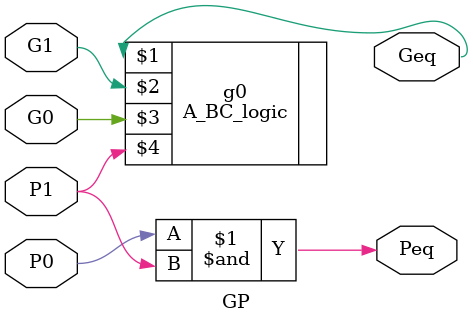
<source format=v>
module GP(Geq, Peq, G0, G1, P0, P1);
input G0, G1, P0, P1;
output Geq, Peq;
assign Peq = P0 & P1; // propagate p
  A_BC_logic g0(Geq, G1,G0, P1);  // Generate G(i+1) instantiation
endmodule

</source>
